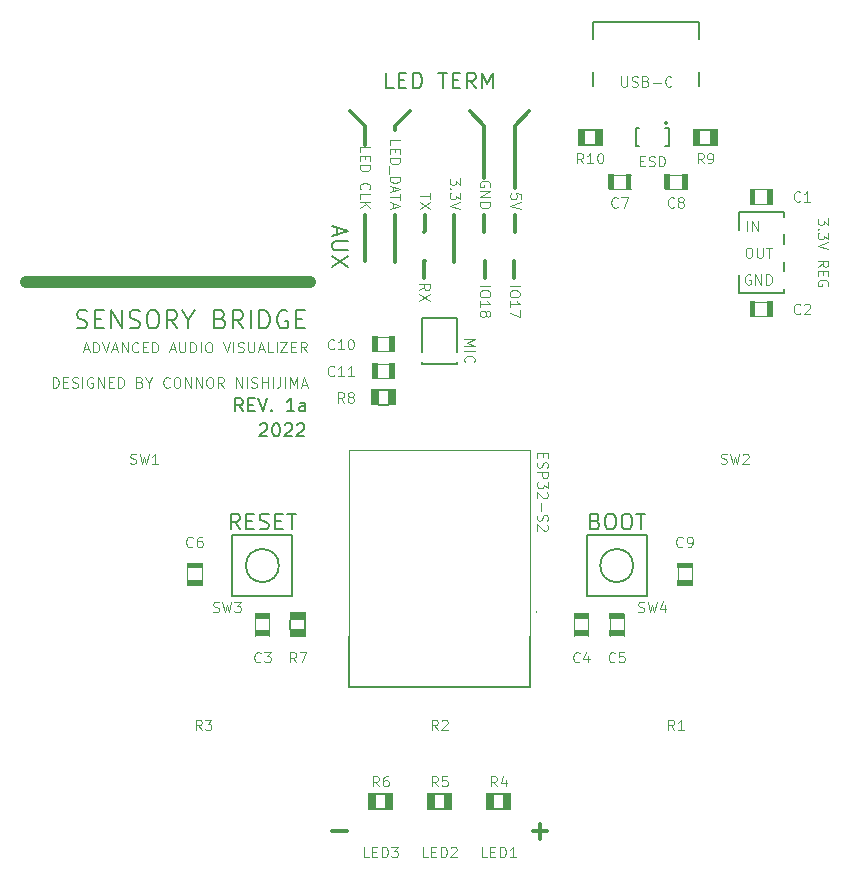
<source format=gbr>
%TF.GenerationSoftware,KiCad,Pcbnew,(6.0.7)*%
%TF.CreationDate,2022-09-30T16:31:06-06:00*%
%TF.ProjectId,SENSORY_BRIDGE,53454e53-4f52-4595-9f42-52494447452e,rev?*%
%TF.SameCoordinates,PX6c3e3acPY8584910*%
%TF.FileFunction,Legend,Top*%
%TF.FilePolarity,Positive*%
%FSLAX46Y46*%
G04 Gerber Fmt 4.6, Leading zero omitted, Abs format (unit mm)*
G04 Created by KiCad (PCBNEW (6.0.7)) date 2022-09-30 16:31:06*
%MOMM*%
%LPD*%
G01*
G04 APERTURE LIST*
%ADD10C,0.300000*%
%ADD11C,1.000000*%
%ADD12C,0.150000*%
%ADD13C,0.120000*%
%ADD14C,0.180000*%
%ADD15C,0.210000*%
%ADD16C,0.101600*%
%ADD17C,0.100000*%
%ADD18C,0.200000*%
%ADD19C,0.152400*%
%ADD20C,0.127000*%
G04 APERTURE END LIST*
D10*
X38800000Y63250000D02*
X38800000Y58850000D01*
X28650000Y55700000D02*
X28650000Y51750000D01*
X38800000Y54200000D02*
X38800000Y55700000D01*
X37550000Y64500000D02*
X38800000Y63250000D01*
X43500000Y3500000D02*
X43500000Y2875000D01*
X38825000Y50350000D02*
X38825000Y51750000D01*
X41350000Y54250000D02*
X41350000Y55700000D01*
X41350000Y63250000D02*
X41350000Y57950000D01*
X31200000Y62900000D02*
X31200000Y63200000D01*
X42875000Y3500000D02*
X43500000Y3500000D01*
X43500000Y3500000D02*
X44125000Y3500000D01*
X41325000Y50350000D02*
X41325000Y51750000D01*
X43500000Y3500000D02*
X43500000Y4125000D01*
X33700000Y54250000D02*
X33750000Y54300000D01*
X42600000Y64500000D02*
X41350000Y63250000D01*
X33700000Y50350000D02*
X33700000Y51750000D01*
X31200000Y55700000D02*
X31200000Y51700000D01*
X36250000Y51700000D02*
X36250000Y55700000D01*
X28700000Y63200000D02*
X27400000Y64500000D01*
X28700000Y61600000D02*
X28700000Y63200000D01*
X27125000Y3500000D02*
X25875000Y3500000D01*
X31200000Y63200000D02*
X32500000Y64500000D01*
X33750000Y54300000D02*
X33750000Y55700000D01*
D11*
X0Y50000000D02*
X24000000Y50000000D01*
D10*
X33700000Y51700000D02*
X33750000Y51750000D01*
D12*
X19796547Y37922620D02*
X19848928Y37975000D01*
X19953690Y38027381D01*
X20215595Y38027381D01*
X20320357Y37975000D01*
X20372738Y37922620D01*
X20425119Y37817858D01*
X20425119Y37713096D01*
X20372738Y37555953D01*
X19744166Y36927381D01*
X20425119Y36927381D01*
X21106071Y38027381D02*
X21210833Y38027381D01*
X21315595Y37975000D01*
X21367976Y37922620D01*
X21420357Y37817858D01*
X21472738Y37608334D01*
X21472738Y37346429D01*
X21420357Y37136905D01*
X21367976Y37032143D01*
X21315595Y36979762D01*
X21210833Y36927381D01*
X21106071Y36927381D01*
X21001309Y36979762D01*
X20948928Y37032143D01*
X20896547Y37136905D01*
X20844166Y37346429D01*
X20844166Y37608334D01*
X20896547Y37817858D01*
X20948928Y37922620D01*
X21001309Y37975000D01*
X21106071Y38027381D01*
X21891785Y37922620D02*
X21944166Y37975000D01*
X22048928Y38027381D01*
X22310833Y38027381D01*
X22415595Y37975000D01*
X22467976Y37922620D01*
X22520357Y37817858D01*
X22520357Y37713096D01*
X22467976Y37555953D01*
X21839404Y36927381D01*
X22520357Y36927381D01*
X22939404Y37922620D02*
X22991785Y37975000D01*
X23096547Y38027381D01*
X23358452Y38027381D01*
X23463214Y37975000D01*
X23515595Y37922620D01*
X23567976Y37817858D01*
X23567976Y37713096D01*
X23515595Y37555953D01*
X22887023Y36927381D01*
X23567976Y36927381D01*
D13*
X57353333Y60041905D02*
X57060000Y60460953D01*
X56850476Y60041905D02*
X56850476Y60921905D01*
X57185714Y60921905D01*
X57269523Y60880000D01*
X57311428Y60838096D01*
X57353333Y60754286D01*
X57353333Y60628572D01*
X57311428Y60544762D01*
X57269523Y60502858D01*
X57185714Y60460953D01*
X56850476Y60460953D01*
X57772380Y60041905D02*
X57940000Y60041905D01*
X58023809Y60083810D01*
X58065714Y60125715D01*
X58149523Y60251429D01*
X58191428Y60419048D01*
X58191428Y60754286D01*
X58149523Y60838096D01*
X58107619Y60880000D01*
X58023809Y60921905D01*
X57856190Y60921905D01*
X57772380Y60880000D01*
X57730476Y60838096D01*
X57688571Y60754286D01*
X57688571Y60544762D01*
X57730476Y60460953D01*
X57772380Y60419048D01*
X57856190Y60377143D01*
X58023809Y60377143D01*
X58107619Y60419048D01*
X58149523Y60460953D01*
X58191428Y60544762D01*
X54853333Y56375715D02*
X54811428Y56333810D01*
X54685714Y56291905D01*
X54601904Y56291905D01*
X54476190Y56333810D01*
X54392380Y56417620D01*
X54350476Y56501429D01*
X54308571Y56669048D01*
X54308571Y56794762D01*
X54350476Y56962381D01*
X54392380Y57046191D01*
X54476190Y57130000D01*
X54601904Y57171905D01*
X54685714Y57171905D01*
X54811428Y57130000D01*
X54853333Y57088096D01*
X55356190Y56794762D02*
X55272380Y56836667D01*
X55230476Y56878572D01*
X55188571Y56962381D01*
X55188571Y57004286D01*
X55230476Y57088096D01*
X55272380Y57130000D01*
X55356190Y57171905D01*
X55523809Y57171905D01*
X55607619Y57130000D01*
X55649523Y57088096D01*
X55691428Y57004286D01*
X55691428Y56962381D01*
X55649523Y56878572D01*
X55607619Y56836667D01*
X55523809Y56794762D01*
X55356190Y56794762D01*
X55272380Y56752858D01*
X55230476Y56710953D01*
X55188571Y56627143D01*
X55188571Y56459524D01*
X55230476Y56375715D01*
X55272380Y56333810D01*
X55356190Y56291905D01*
X55523809Y56291905D01*
X55607619Y56333810D01*
X55649523Y56375715D01*
X55691428Y56459524D01*
X55691428Y56627143D01*
X55649523Y56710953D01*
X55607619Y56752858D01*
X55523809Y56794762D01*
X61039047Y54291905D02*
X61039047Y55171905D01*
X61458095Y54291905D02*
X61458095Y55171905D01*
X61960952Y54291905D01*
X61960952Y55171905D01*
D14*
X26280000Y54634286D02*
X26280000Y54005715D01*
X25902857Y54760000D02*
X27222857Y54320000D01*
X25902857Y53880000D01*
X27222857Y53440000D02*
X26154285Y53440000D01*
X26028571Y53377143D01*
X25965714Y53314286D01*
X25902857Y53188572D01*
X25902857Y52937143D01*
X25965714Y52811429D01*
X26028571Y52748572D01*
X26154285Y52685715D01*
X27222857Y52685715D01*
X27222857Y52182858D02*
X25902857Y51302858D01*
X27222857Y51302858D02*
X25902857Y52182858D01*
D13*
X15826666Y22083810D02*
X15952380Y22041905D01*
X16161904Y22041905D01*
X16245714Y22083810D01*
X16287619Y22125715D01*
X16329523Y22209524D01*
X16329523Y22293334D01*
X16287619Y22377143D01*
X16245714Y22419048D01*
X16161904Y22460953D01*
X15994285Y22502858D01*
X15910476Y22544762D01*
X15868571Y22586667D01*
X15826666Y22670477D01*
X15826666Y22754286D01*
X15868571Y22838096D01*
X15910476Y22880000D01*
X15994285Y22921905D01*
X16203809Y22921905D01*
X16329523Y22880000D01*
X16622857Y22921905D02*
X16832380Y22041905D01*
X17000000Y22670477D01*
X17167619Y22041905D01*
X17377142Y22921905D01*
X17628571Y22921905D02*
X18173333Y22921905D01*
X17880000Y22586667D01*
X18005714Y22586667D01*
X18089523Y22544762D01*
X18131428Y22502858D01*
X18173333Y22419048D01*
X18173333Y22209524D01*
X18131428Y22125715D01*
X18089523Y22083810D01*
X18005714Y22041905D01*
X17754285Y22041905D01*
X17670476Y22083810D01*
X17628571Y22125715D01*
X22853333Y17791905D02*
X22560000Y18210953D01*
X22350476Y17791905D02*
X22350476Y18671905D01*
X22685714Y18671905D01*
X22769523Y18630000D01*
X22811428Y18588096D01*
X22853333Y18504286D01*
X22853333Y18378572D01*
X22811428Y18294762D01*
X22769523Y18252858D01*
X22685714Y18210953D01*
X22350476Y18210953D01*
X23146666Y18671905D02*
X23733333Y18671905D01*
X23356190Y17791905D01*
X65540380Y47375715D02*
X65498476Y47333810D01*
X65372761Y47291905D01*
X65288952Y47291905D01*
X65163238Y47333810D01*
X65079428Y47417620D01*
X65037523Y47501429D01*
X64995619Y47669048D01*
X64995619Y47794762D01*
X65037523Y47962381D01*
X65079428Y48046191D01*
X65163238Y48130000D01*
X65288952Y48171905D01*
X65372761Y48171905D01*
X65498476Y48130000D01*
X65540380Y48088096D01*
X65875619Y48088096D02*
X65917523Y48130000D01*
X66001333Y48171905D01*
X66210857Y48171905D01*
X66294666Y48130000D01*
X66336571Y48088096D01*
X66378476Y48004286D01*
X66378476Y47920477D01*
X66336571Y47794762D01*
X65833714Y47291905D01*
X66378476Y47291905D01*
X28251904Y60980858D02*
X28251904Y61399905D01*
X29131904Y61399905D01*
X28712857Y60687524D02*
X28712857Y60394191D01*
X28251904Y60268477D02*
X28251904Y60687524D01*
X29131904Y60687524D01*
X29131904Y60268477D01*
X28251904Y59891334D02*
X29131904Y59891334D01*
X29131904Y59681810D01*
X29090000Y59556096D01*
X29006190Y59472286D01*
X28922380Y59430381D01*
X28754761Y59388477D01*
X28629047Y59388477D01*
X28461428Y59430381D01*
X28377619Y59472286D01*
X28293809Y59556096D01*
X28251904Y59681810D01*
X28251904Y59891334D01*
X28335714Y57838000D02*
X28293809Y57879905D01*
X28251904Y58005620D01*
X28251904Y58089429D01*
X28293809Y58215143D01*
X28377619Y58298953D01*
X28461428Y58340858D01*
X28629047Y58382762D01*
X28754761Y58382762D01*
X28922380Y58340858D01*
X29006190Y58298953D01*
X29090000Y58215143D01*
X29131904Y58089429D01*
X29131904Y58005620D01*
X29090000Y57879905D01*
X29048095Y57838000D01*
X28251904Y57041810D02*
X28251904Y57460858D01*
X29131904Y57460858D01*
X28251904Y56748477D02*
X29131904Y56748477D01*
X28251904Y56245620D02*
X28754761Y56622762D01*
X29131904Y56245620D02*
X28629047Y56748477D01*
X58826666Y34643810D02*
X58952380Y34601905D01*
X59161904Y34601905D01*
X59245714Y34643810D01*
X59287619Y34685715D01*
X59329523Y34769524D01*
X59329523Y34853334D01*
X59287619Y34937143D01*
X59245714Y34979048D01*
X59161904Y35020953D01*
X58994285Y35062858D01*
X58910476Y35104762D01*
X58868571Y35146667D01*
X58826666Y35230477D01*
X58826666Y35314286D01*
X58868571Y35398096D01*
X58910476Y35440000D01*
X58994285Y35481905D01*
X59203809Y35481905D01*
X59329523Y35440000D01*
X59622857Y35481905D02*
X59832380Y34601905D01*
X60000000Y35230477D01*
X60167619Y34601905D01*
X60377142Y35481905D01*
X60670476Y35398096D02*
X60712380Y35440000D01*
X60796190Y35481905D01*
X61005714Y35481905D01*
X61089523Y35440000D01*
X61131428Y35398096D01*
X61173333Y35314286D01*
X61173333Y35230477D01*
X61131428Y35104762D01*
X60628571Y34601905D01*
X61173333Y34601905D01*
X4897238Y44293334D02*
X5316285Y44293334D01*
X4813428Y44041905D02*
X5106761Y44921905D01*
X5400095Y44041905D01*
X5693428Y44041905D02*
X5693428Y44921905D01*
X5902952Y44921905D01*
X6028666Y44880000D01*
X6112476Y44796191D01*
X6154380Y44712381D01*
X6196285Y44544762D01*
X6196285Y44419048D01*
X6154380Y44251429D01*
X6112476Y44167620D01*
X6028666Y44083810D01*
X5902952Y44041905D01*
X5693428Y44041905D01*
X6447714Y44921905D02*
X6741047Y44041905D01*
X7034380Y44921905D01*
X7285809Y44293334D02*
X7704857Y44293334D01*
X7202000Y44041905D02*
X7495333Y44921905D01*
X7788666Y44041905D01*
X8082000Y44041905D02*
X8082000Y44921905D01*
X8584857Y44041905D01*
X8584857Y44921905D01*
X9506761Y44125715D02*
X9464857Y44083810D01*
X9339142Y44041905D01*
X9255333Y44041905D01*
X9129619Y44083810D01*
X9045809Y44167620D01*
X9003904Y44251429D01*
X8962000Y44419048D01*
X8962000Y44544762D01*
X9003904Y44712381D01*
X9045809Y44796191D01*
X9129619Y44880000D01*
X9255333Y44921905D01*
X9339142Y44921905D01*
X9464857Y44880000D01*
X9506761Y44838096D01*
X9883904Y44502858D02*
X10177238Y44502858D01*
X10302952Y44041905D02*
X9883904Y44041905D01*
X9883904Y44921905D01*
X10302952Y44921905D01*
X10680095Y44041905D02*
X10680095Y44921905D01*
X10889619Y44921905D01*
X11015333Y44880000D01*
X11099142Y44796191D01*
X11141047Y44712381D01*
X11182952Y44544762D01*
X11182952Y44419048D01*
X11141047Y44251429D01*
X11099142Y44167620D01*
X11015333Y44083810D01*
X10889619Y44041905D01*
X10680095Y44041905D01*
X12188666Y44293334D02*
X12607714Y44293334D01*
X12104857Y44041905D02*
X12398190Y44921905D01*
X12691523Y44041905D01*
X12984857Y44921905D02*
X12984857Y44209524D01*
X13026761Y44125715D01*
X13068666Y44083810D01*
X13152476Y44041905D01*
X13320095Y44041905D01*
X13403904Y44083810D01*
X13445809Y44125715D01*
X13487714Y44209524D01*
X13487714Y44921905D01*
X13906761Y44041905D02*
X13906761Y44921905D01*
X14116285Y44921905D01*
X14242000Y44880000D01*
X14325809Y44796191D01*
X14367714Y44712381D01*
X14409619Y44544762D01*
X14409619Y44419048D01*
X14367714Y44251429D01*
X14325809Y44167620D01*
X14242000Y44083810D01*
X14116285Y44041905D01*
X13906761Y44041905D01*
X14786761Y44041905D02*
X14786761Y44921905D01*
X15373428Y44921905D02*
X15541047Y44921905D01*
X15624857Y44880000D01*
X15708666Y44796191D01*
X15750571Y44628572D01*
X15750571Y44335239D01*
X15708666Y44167620D01*
X15624857Y44083810D01*
X15541047Y44041905D01*
X15373428Y44041905D01*
X15289619Y44083810D01*
X15205809Y44167620D01*
X15163904Y44335239D01*
X15163904Y44628572D01*
X15205809Y44796191D01*
X15289619Y44880000D01*
X15373428Y44921905D01*
X16672476Y44921905D02*
X16965809Y44041905D01*
X17259142Y44921905D01*
X17552476Y44041905D02*
X17552476Y44921905D01*
X17929619Y44083810D02*
X18055333Y44041905D01*
X18264857Y44041905D01*
X18348666Y44083810D01*
X18390571Y44125715D01*
X18432476Y44209524D01*
X18432476Y44293334D01*
X18390571Y44377143D01*
X18348666Y44419048D01*
X18264857Y44460953D01*
X18097238Y44502858D01*
X18013428Y44544762D01*
X17971523Y44586667D01*
X17929619Y44670477D01*
X17929619Y44754286D01*
X17971523Y44838096D01*
X18013428Y44880000D01*
X18097238Y44921905D01*
X18306761Y44921905D01*
X18432476Y44880000D01*
X18809619Y44921905D02*
X18809619Y44209524D01*
X18851523Y44125715D01*
X18893428Y44083810D01*
X18977238Y44041905D01*
X19144857Y44041905D01*
X19228666Y44083810D01*
X19270571Y44125715D01*
X19312476Y44209524D01*
X19312476Y44921905D01*
X19689619Y44293334D02*
X20108666Y44293334D01*
X19605809Y44041905D02*
X19899142Y44921905D01*
X20192476Y44041905D01*
X20904857Y44041905D02*
X20485809Y44041905D01*
X20485809Y44921905D01*
X21198190Y44041905D02*
X21198190Y44921905D01*
X21533428Y44921905D02*
X22120095Y44921905D01*
X21533428Y44041905D01*
X22120095Y44041905D01*
X22455333Y44502858D02*
X22748666Y44502858D01*
X22874380Y44041905D02*
X22455333Y44041905D01*
X22455333Y44921905D01*
X22874380Y44921905D01*
X23754380Y44041905D02*
X23461047Y44460953D01*
X23251523Y44041905D02*
X23251523Y44921905D01*
X23586761Y44921905D01*
X23670571Y44880000D01*
X23712476Y44838096D01*
X23754380Y44754286D01*
X23754380Y44628572D01*
X23712476Y44544762D01*
X23670571Y44502858D01*
X23586761Y44460953D01*
X23251523Y44460953D01*
X2257238Y41041905D02*
X2257238Y41921905D01*
X2466761Y41921905D01*
X2592476Y41880000D01*
X2676285Y41796191D01*
X2718190Y41712381D01*
X2760095Y41544762D01*
X2760095Y41419048D01*
X2718190Y41251429D01*
X2676285Y41167620D01*
X2592476Y41083810D01*
X2466761Y41041905D01*
X2257238Y41041905D01*
X3137238Y41502858D02*
X3430571Y41502858D01*
X3556285Y41041905D02*
X3137238Y41041905D01*
X3137238Y41921905D01*
X3556285Y41921905D01*
X3891523Y41083810D02*
X4017238Y41041905D01*
X4226761Y41041905D01*
X4310571Y41083810D01*
X4352476Y41125715D01*
X4394380Y41209524D01*
X4394380Y41293334D01*
X4352476Y41377143D01*
X4310571Y41419048D01*
X4226761Y41460953D01*
X4059142Y41502858D01*
X3975333Y41544762D01*
X3933428Y41586667D01*
X3891523Y41670477D01*
X3891523Y41754286D01*
X3933428Y41838096D01*
X3975333Y41880000D01*
X4059142Y41921905D01*
X4268666Y41921905D01*
X4394380Y41880000D01*
X4771523Y41041905D02*
X4771523Y41921905D01*
X5651523Y41880000D02*
X5567714Y41921905D01*
X5442000Y41921905D01*
X5316285Y41880000D01*
X5232476Y41796191D01*
X5190571Y41712381D01*
X5148666Y41544762D01*
X5148666Y41419048D01*
X5190571Y41251429D01*
X5232476Y41167620D01*
X5316285Y41083810D01*
X5442000Y41041905D01*
X5525809Y41041905D01*
X5651523Y41083810D01*
X5693428Y41125715D01*
X5693428Y41419048D01*
X5525809Y41419048D01*
X6070571Y41041905D02*
X6070571Y41921905D01*
X6573428Y41041905D01*
X6573428Y41921905D01*
X6992476Y41502858D02*
X7285809Y41502858D01*
X7411523Y41041905D02*
X6992476Y41041905D01*
X6992476Y41921905D01*
X7411523Y41921905D01*
X7788666Y41041905D02*
X7788666Y41921905D01*
X7998190Y41921905D01*
X8123904Y41880000D01*
X8207714Y41796191D01*
X8249619Y41712381D01*
X8291523Y41544762D01*
X8291523Y41419048D01*
X8249619Y41251429D01*
X8207714Y41167620D01*
X8123904Y41083810D01*
X7998190Y41041905D01*
X7788666Y41041905D01*
X9632476Y41502858D02*
X9758190Y41460953D01*
X9800095Y41419048D01*
X9842000Y41335239D01*
X9842000Y41209524D01*
X9800095Y41125715D01*
X9758190Y41083810D01*
X9674380Y41041905D01*
X9339142Y41041905D01*
X9339142Y41921905D01*
X9632476Y41921905D01*
X9716285Y41880000D01*
X9758190Y41838096D01*
X9800095Y41754286D01*
X9800095Y41670477D01*
X9758190Y41586667D01*
X9716285Y41544762D01*
X9632476Y41502858D01*
X9339142Y41502858D01*
X10386761Y41460953D02*
X10386761Y41041905D01*
X10093428Y41921905D02*
X10386761Y41460953D01*
X10680095Y41921905D01*
X12146761Y41125715D02*
X12104857Y41083810D01*
X11979142Y41041905D01*
X11895333Y41041905D01*
X11769619Y41083810D01*
X11685809Y41167620D01*
X11643904Y41251429D01*
X11602000Y41419048D01*
X11602000Y41544762D01*
X11643904Y41712381D01*
X11685809Y41796191D01*
X11769619Y41880000D01*
X11895333Y41921905D01*
X11979142Y41921905D01*
X12104857Y41880000D01*
X12146761Y41838096D01*
X12691523Y41921905D02*
X12859142Y41921905D01*
X12942952Y41880000D01*
X13026761Y41796191D01*
X13068666Y41628572D01*
X13068666Y41335239D01*
X13026761Y41167620D01*
X12942952Y41083810D01*
X12859142Y41041905D01*
X12691523Y41041905D01*
X12607714Y41083810D01*
X12523904Y41167620D01*
X12482000Y41335239D01*
X12482000Y41628572D01*
X12523904Y41796191D01*
X12607714Y41880000D01*
X12691523Y41921905D01*
X13445809Y41041905D02*
X13445809Y41921905D01*
X13948666Y41041905D01*
X13948666Y41921905D01*
X14367714Y41041905D02*
X14367714Y41921905D01*
X14870571Y41041905D01*
X14870571Y41921905D01*
X15457238Y41921905D02*
X15624857Y41921905D01*
X15708666Y41880000D01*
X15792476Y41796191D01*
X15834380Y41628572D01*
X15834380Y41335239D01*
X15792476Y41167620D01*
X15708666Y41083810D01*
X15624857Y41041905D01*
X15457238Y41041905D01*
X15373428Y41083810D01*
X15289619Y41167620D01*
X15247714Y41335239D01*
X15247714Y41628572D01*
X15289619Y41796191D01*
X15373428Y41880000D01*
X15457238Y41921905D01*
X16714380Y41041905D02*
X16421047Y41460953D01*
X16211523Y41041905D02*
X16211523Y41921905D01*
X16546761Y41921905D01*
X16630571Y41880000D01*
X16672476Y41838096D01*
X16714380Y41754286D01*
X16714380Y41628572D01*
X16672476Y41544762D01*
X16630571Y41502858D01*
X16546761Y41460953D01*
X16211523Y41460953D01*
X17762000Y41041905D02*
X17762000Y41921905D01*
X18264857Y41041905D01*
X18264857Y41921905D01*
X18683904Y41041905D02*
X18683904Y41921905D01*
X19061047Y41083810D02*
X19186761Y41041905D01*
X19396285Y41041905D01*
X19480095Y41083810D01*
X19522000Y41125715D01*
X19563904Y41209524D01*
X19563904Y41293334D01*
X19522000Y41377143D01*
X19480095Y41419048D01*
X19396285Y41460953D01*
X19228666Y41502858D01*
X19144857Y41544762D01*
X19102952Y41586667D01*
X19061047Y41670477D01*
X19061047Y41754286D01*
X19102952Y41838096D01*
X19144857Y41880000D01*
X19228666Y41921905D01*
X19438190Y41921905D01*
X19563904Y41880000D01*
X19941047Y41041905D02*
X19941047Y41921905D01*
X19941047Y41502858D02*
X20443904Y41502858D01*
X20443904Y41041905D02*
X20443904Y41921905D01*
X20862952Y41041905D02*
X20862952Y41921905D01*
X21533428Y41921905D02*
X21533428Y41293334D01*
X21491523Y41167620D01*
X21407714Y41083810D01*
X21282000Y41041905D01*
X21198190Y41041905D01*
X21952476Y41041905D02*
X21952476Y41921905D01*
X22371523Y41041905D02*
X22371523Y41921905D01*
X22664857Y41293334D01*
X22958190Y41921905D01*
X22958190Y41041905D01*
X23335333Y41293334D02*
X23754380Y41293334D01*
X23251523Y41041905D02*
X23544857Y41921905D01*
X23838190Y41041905D01*
X50404761Y67421905D02*
X50404761Y66709524D01*
X50446666Y66625715D01*
X50488571Y66583810D01*
X50572380Y66541905D01*
X50740000Y66541905D01*
X50823809Y66583810D01*
X50865714Y66625715D01*
X50907619Y66709524D01*
X50907619Y67421905D01*
X51284761Y66583810D02*
X51410476Y66541905D01*
X51620000Y66541905D01*
X51703809Y66583810D01*
X51745714Y66625715D01*
X51787619Y66709524D01*
X51787619Y66793334D01*
X51745714Y66877143D01*
X51703809Y66919048D01*
X51620000Y66960953D01*
X51452380Y67002858D01*
X51368571Y67044762D01*
X51326666Y67086667D01*
X51284761Y67170477D01*
X51284761Y67254286D01*
X51326666Y67338096D01*
X51368571Y67380000D01*
X51452380Y67421905D01*
X51661904Y67421905D01*
X51787619Y67380000D01*
X52458095Y67002858D02*
X52583809Y66960953D01*
X52625714Y66919048D01*
X52667619Y66835239D01*
X52667619Y66709524D01*
X52625714Y66625715D01*
X52583809Y66583810D01*
X52500000Y66541905D01*
X52164761Y66541905D01*
X52164761Y67421905D01*
X52458095Y67421905D01*
X52541904Y67380000D01*
X52583809Y67338096D01*
X52625714Y67254286D01*
X52625714Y67170477D01*
X52583809Y67086667D01*
X52541904Y67044762D01*
X52458095Y67002858D01*
X52164761Y67002858D01*
X53044761Y66877143D02*
X53715238Y66877143D01*
X54637142Y66625715D02*
X54595238Y66583810D01*
X54469523Y66541905D01*
X54385714Y66541905D01*
X54260000Y66583810D01*
X54176190Y66667620D01*
X54134285Y66751429D01*
X54092380Y66919048D01*
X54092380Y67044762D01*
X54134285Y67212381D01*
X54176190Y67296191D01*
X54260000Y67380000D01*
X54385714Y67421905D01*
X54469523Y67421905D01*
X54595238Y67380000D01*
X54637142Y67338096D01*
X49853333Y17875715D02*
X49811428Y17833810D01*
X49685714Y17791905D01*
X49601904Y17791905D01*
X49476190Y17833810D01*
X49392380Y17917620D01*
X49350476Y18001429D01*
X49308571Y18169048D01*
X49308571Y18294762D01*
X49350476Y18462381D01*
X49392380Y18546191D01*
X49476190Y18630000D01*
X49601904Y18671905D01*
X49685714Y18671905D01*
X49811428Y18630000D01*
X49853333Y18588096D01*
X50649523Y18671905D02*
X50230476Y18671905D01*
X50188571Y18252858D01*
X50230476Y18294762D01*
X50314285Y18336667D01*
X50523809Y18336667D01*
X50607619Y18294762D01*
X50649523Y18252858D01*
X50691428Y18169048D01*
X50691428Y17959524D01*
X50649523Y17875715D01*
X50607619Y17833810D01*
X50523809Y17791905D01*
X50314285Y17791905D01*
X50230476Y17833810D01*
X50188571Y17875715D01*
X61329523Y50630000D02*
X61245714Y50671905D01*
X61120000Y50671905D01*
X60994285Y50630000D01*
X60910476Y50546191D01*
X60868571Y50462381D01*
X60826666Y50294762D01*
X60826666Y50169048D01*
X60868571Y50001429D01*
X60910476Y49917620D01*
X60994285Y49833810D01*
X61120000Y49791905D01*
X61203809Y49791905D01*
X61329523Y49833810D01*
X61371428Y49875715D01*
X61371428Y50169048D01*
X61203809Y50169048D01*
X61748571Y49791905D02*
X61748571Y50671905D01*
X62251428Y49791905D01*
X62251428Y50671905D01*
X62670476Y49791905D02*
X62670476Y50671905D01*
X62880000Y50671905D01*
X63005714Y50630000D01*
X63089523Y50546191D01*
X63131428Y50462381D01*
X63173333Y50294762D01*
X63173333Y50169048D01*
X63131428Y50001429D01*
X63089523Y49917620D01*
X63005714Y49833810D01*
X62880000Y49791905D01*
X62670476Y49791905D01*
X37091904Y45142858D02*
X37971904Y45142858D01*
X37343333Y44849524D01*
X37971904Y44556191D01*
X37091904Y44556191D01*
X37091904Y44137143D02*
X37971904Y44137143D01*
X37175714Y43215239D02*
X37133809Y43257143D01*
X37091904Y43382858D01*
X37091904Y43466667D01*
X37133809Y43592381D01*
X37217619Y43676191D01*
X37301428Y43718096D01*
X37469047Y43760000D01*
X37594761Y43760000D01*
X37762380Y43718096D01*
X37846190Y43676191D01*
X37930000Y43592381D01*
X37971904Y43466667D01*
X37971904Y43382858D01*
X37930000Y43257143D01*
X37888095Y43215239D01*
X40926904Y49699048D02*
X41806904Y49699048D01*
X41806904Y49112381D02*
X41806904Y48944762D01*
X41765000Y48860953D01*
X41681190Y48777143D01*
X41513571Y48735239D01*
X41220238Y48735239D01*
X41052619Y48777143D01*
X40968809Y48860953D01*
X40926904Y48944762D01*
X40926904Y49112381D01*
X40968809Y49196191D01*
X41052619Y49280000D01*
X41220238Y49321905D01*
X41513571Y49321905D01*
X41681190Y49280000D01*
X41765000Y49196191D01*
X41806904Y49112381D01*
X40926904Y47897143D02*
X40926904Y48400000D01*
X40926904Y48148572D02*
X41806904Y48148572D01*
X41681190Y48232381D01*
X41597380Y48316191D01*
X41555476Y48400000D01*
X41806904Y47603810D02*
X41806904Y47017143D01*
X40926904Y47394286D01*
X26916285Y39791905D02*
X26622952Y40210953D01*
X26413428Y39791905D02*
X26413428Y40671905D01*
X26748666Y40671905D01*
X26832476Y40630000D01*
X26874380Y40588096D01*
X26916285Y40504286D01*
X26916285Y40378572D01*
X26874380Y40294762D01*
X26832476Y40252858D01*
X26748666Y40210953D01*
X26413428Y40210953D01*
X27419142Y40294762D02*
X27335333Y40336667D01*
X27293428Y40378572D01*
X27251523Y40462381D01*
X27251523Y40504286D01*
X27293428Y40588096D01*
X27335333Y40630000D01*
X27419142Y40671905D01*
X27586761Y40671905D01*
X27670571Y40630000D01*
X27712476Y40588096D01*
X27754380Y40504286D01*
X27754380Y40462381D01*
X27712476Y40378572D01*
X27670571Y40336667D01*
X27586761Y40294762D01*
X27419142Y40294762D01*
X27335333Y40252858D01*
X27293428Y40210953D01*
X27251523Y40127143D01*
X27251523Y39959524D01*
X27293428Y39875715D01*
X27335333Y39833810D01*
X27419142Y39791905D01*
X27586761Y39791905D01*
X27670571Y39833810D01*
X27712476Y39875715D01*
X27754380Y39959524D01*
X27754380Y40127143D01*
X27712476Y40210953D01*
X27670571Y40252858D01*
X27586761Y40294762D01*
X34231904Y57502762D02*
X34231904Y56999905D01*
X33351904Y57251334D02*
X34231904Y57251334D01*
X34231904Y56790381D02*
X33351904Y56203715D01*
X34231904Y56203715D02*
X33351904Y56790381D01*
X29853333Y7291905D02*
X29560000Y7710953D01*
X29350476Y7291905D02*
X29350476Y8171905D01*
X29685714Y8171905D01*
X29769523Y8130000D01*
X29811428Y8088096D01*
X29853333Y8004286D01*
X29853333Y7878572D01*
X29811428Y7794762D01*
X29769523Y7752858D01*
X29685714Y7710953D01*
X29350476Y7710953D01*
X30607619Y8171905D02*
X30440000Y8171905D01*
X30356190Y8130000D01*
X30314285Y8088096D01*
X30230476Y7962381D01*
X30188571Y7794762D01*
X30188571Y7459524D01*
X30230476Y7375715D01*
X30272380Y7333810D01*
X30356190Y7291905D01*
X30523809Y7291905D01*
X30607619Y7333810D01*
X30649523Y7375715D01*
X30691428Y7459524D01*
X30691428Y7669048D01*
X30649523Y7752858D01*
X30607619Y7794762D01*
X30523809Y7836667D01*
X30356190Y7836667D01*
X30272380Y7794762D01*
X30230476Y7752858D01*
X30188571Y7669048D01*
X19853333Y17875715D02*
X19811428Y17833810D01*
X19685714Y17791905D01*
X19601904Y17791905D01*
X19476190Y17833810D01*
X19392380Y17917620D01*
X19350476Y18001429D01*
X19308571Y18169048D01*
X19308571Y18294762D01*
X19350476Y18462381D01*
X19392380Y18546191D01*
X19476190Y18630000D01*
X19601904Y18671905D01*
X19685714Y18671905D01*
X19811428Y18630000D01*
X19853333Y18588096D01*
X20146666Y18671905D02*
X20691428Y18671905D01*
X20398095Y18336667D01*
X20523809Y18336667D01*
X20607619Y18294762D01*
X20649523Y18252858D01*
X20691428Y18169048D01*
X20691428Y17959524D01*
X20649523Y17875715D01*
X20607619Y17833810D01*
X20523809Y17791905D01*
X20272380Y17791905D01*
X20188571Y17833810D01*
X20146666Y17875715D01*
X43752857Y35518572D02*
X43752857Y35225239D01*
X43291904Y35099524D02*
X43291904Y35518572D01*
X44171904Y35518572D01*
X44171904Y35099524D01*
X43333809Y34764286D02*
X43291904Y34638572D01*
X43291904Y34429048D01*
X43333809Y34345239D01*
X43375714Y34303334D01*
X43459523Y34261429D01*
X43543333Y34261429D01*
X43627142Y34303334D01*
X43669047Y34345239D01*
X43710952Y34429048D01*
X43752857Y34596667D01*
X43794761Y34680477D01*
X43836666Y34722381D01*
X43920476Y34764286D01*
X44004285Y34764286D01*
X44088095Y34722381D01*
X44130000Y34680477D01*
X44171904Y34596667D01*
X44171904Y34387143D01*
X44130000Y34261429D01*
X43291904Y33884286D02*
X44171904Y33884286D01*
X44171904Y33549048D01*
X44130000Y33465239D01*
X44088095Y33423334D01*
X44004285Y33381429D01*
X43878571Y33381429D01*
X43794761Y33423334D01*
X43752857Y33465239D01*
X43710952Y33549048D01*
X43710952Y33884286D01*
X44171904Y33088096D02*
X44171904Y32543334D01*
X43836666Y32836667D01*
X43836666Y32710953D01*
X43794761Y32627143D01*
X43752857Y32585239D01*
X43669047Y32543334D01*
X43459523Y32543334D01*
X43375714Y32585239D01*
X43333809Y32627143D01*
X43291904Y32710953D01*
X43291904Y32962381D01*
X43333809Y33046191D01*
X43375714Y33088096D01*
X44088095Y32208096D02*
X44130000Y32166191D01*
X44171904Y32082381D01*
X44171904Y31872858D01*
X44130000Y31789048D01*
X44088095Y31747143D01*
X44004285Y31705239D01*
X43920476Y31705239D01*
X43794761Y31747143D01*
X43291904Y32250000D01*
X43291904Y31705239D01*
X43627142Y31328096D02*
X43627142Y30657620D01*
X43333809Y30280477D02*
X43291904Y30154762D01*
X43291904Y29945239D01*
X43333809Y29861429D01*
X43375714Y29819524D01*
X43459523Y29777620D01*
X43543333Y29777620D01*
X43627142Y29819524D01*
X43669047Y29861429D01*
X43710952Y29945239D01*
X43752857Y30112858D01*
X43794761Y30196667D01*
X43836666Y30238572D01*
X43920476Y30280477D01*
X44004285Y30280477D01*
X44088095Y30238572D01*
X44130000Y30196667D01*
X44171904Y30112858D01*
X44171904Y29903334D01*
X44130000Y29777620D01*
X44088095Y29442381D02*
X44130000Y29400477D01*
X44171904Y29316667D01*
X44171904Y29107143D01*
X44130000Y29023334D01*
X44088095Y28981429D01*
X44004285Y28939524D01*
X43920476Y28939524D01*
X43794761Y28981429D01*
X43291904Y29484286D01*
X43291904Y28939524D01*
X39853333Y7291905D02*
X39560000Y7710953D01*
X39350476Y7291905D02*
X39350476Y8171905D01*
X39685714Y8171905D01*
X39769523Y8130000D01*
X39811428Y8088096D01*
X39853333Y8004286D01*
X39853333Y7878572D01*
X39811428Y7794762D01*
X39769523Y7752858D01*
X39685714Y7710953D01*
X39350476Y7710953D01*
X40607619Y7878572D02*
X40607619Y7291905D01*
X40398095Y8213810D02*
X40188571Y7585239D01*
X40733333Y7585239D01*
X26078190Y44375715D02*
X26036285Y44333810D01*
X25910571Y44291905D01*
X25826761Y44291905D01*
X25701047Y44333810D01*
X25617238Y44417620D01*
X25575333Y44501429D01*
X25533428Y44669048D01*
X25533428Y44794762D01*
X25575333Y44962381D01*
X25617238Y45046191D01*
X25701047Y45130000D01*
X25826761Y45171905D01*
X25910571Y45171905D01*
X26036285Y45130000D01*
X26078190Y45088096D01*
X26916285Y44291905D02*
X26413428Y44291905D01*
X26664857Y44291905D02*
X26664857Y45171905D01*
X26581047Y45046191D01*
X26497238Y44962381D01*
X26413428Y44920477D01*
X27461047Y45171905D02*
X27544857Y45171905D01*
X27628666Y45130000D01*
X27670571Y45088096D01*
X27712476Y45004286D01*
X27754380Y44836667D01*
X27754380Y44627143D01*
X27712476Y44459524D01*
X27670571Y44375715D01*
X27628666Y44333810D01*
X27544857Y44291905D01*
X27461047Y44291905D01*
X27377238Y44333810D01*
X27335333Y44375715D01*
X27293428Y44459524D01*
X27251523Y44627143D01*
X27251523Y44836667D01*
X27293428Y45004286D01*
X27335333Y45088096D01*
X27377238Y45130000D01*
X27461047Y45171905D01*
X38426904Y49699048D02*
X39306904Y49699048D01*
X39306904Y49112381D02*
X39306904Y48944762D01*
X39265000Y48860953D01*
X39181190Y48777143D01*
X39013571Y48735239D01*
X38720238Y48735239D01*
X38552619Y48777143D01*
X38468809Y48860953D01*
X38426904Y48944762D01*
X38426904Y49112381D01*
X38468809Y49196191D01*
X38552619Y49280000D01*
X38720238Y49321905D01*
X39013571Y49321905D01*
X39181190Y49280000D01*
X39265000Y49196191D01*
X39306904Y49112381D01*
X38426904Y47897143D02*
X38426904Y48400000D01*
X38426904Y48148572D02*
X39306904Y48148572D01*
X39181190Y48232381D01*
X39097380Y48316191D01*
X39055476Y48400000D01*
X38929761Y47394286D02*
X38971666Y47478096D01*
X39013571Y47520000D01*
X39097380Y47561905D01*
X39139285Y47561905D01*
X39223095Y47520000D01*
X39265000Y47478096D01*
X39306904Y47394286D01*
X39306904Y47226667D01*
X39265000Y47142858D01*
X39223095Y47100953D01*
X39139285Y47059048D01*
X39097380Y47059048D01*
X39013571Y47100953D01*
X38971666Y47142858D01*
X38929761Y47226667D01*
X38929761Y47394286D01*
X38887857Y47478096D01*
X38845952Y47520000D01*
X38762142Y47561905D01*
X38594523Y47561905D01*
X38510714Y47520000D01*
X38468809Y47478096D01*
X38426904Y47394286D01*
X38426904Y47226667D01*
X38468809Y47142858D01*
X38510714Y47100953D01*
X38594523Y47059048D01*
X38762142Y47059048D01*
X38845952Y47100953D01*
X38887857Y47142858D01*
X38929761Y47226667D01*
X29015238Y1291905D02*
X28596190Y1291905D01*
X28596190Y2171905D01*
X29308571Y1752858D02*
X29601904Y1752858D01*
X29727619Y1291905D02*
X29308571Y1291905D01*
X29308571Y2171905D01*
X29727619Y2171905D01*
X30104761Y1291905D02*
X30104761Y2171905D01*
X30314285Y2171905D01*
X30440000Y2130000D01*
X30523809Y2046191D01*
X30565714Y1962381D01*
X30607619Y1794762D01*
X30607619Y1669048D01*
X30565714Y1501429D01*
X30523809Y1417620D01*
X30440000Y1333810D01*
X30314285Y1291905D01*
X30104761Y1291905D01*
X30900952Y2171905D02*
X31445714Y2171905D01*
X31152380Y1836667D01*
X31278095Y1836667D01*
X31361904Y1794762D01*
X31403809Y1752858D01*
X31445714Y1669048D01*
X31445714Y1459524D01*
X31403809Y1375715D01*
X31361904Y1333810D01*
X31278095Y1291905D01*
X31026666Y1291905D01*
X30942857Y1333810D01*
X30900952Y1375715D01*
X34015238Y1291905D02*
X33596190Y1291905D01*
X33596190Y2171905D01*
X34308571Y1752858D02*
X34601904Y1752858D01*
X34727619Y1291905D02*
X34308571Y1291905D01*
X34308571Y2171905D01*
X34727619Y2171905D01*
X35104761Y1291905D02*
X35104761Y2171905D01*
X35314285Y2171905D01*
X35440000Y2130000D01*
X35523809Y2046191D01*
X35565714Y1962381D01*
X35607619Y1794762D01*
X35607619Y1669048D01*
X35565714Y1501429D01*
X35523809Y1417620D01*
X35440000Y1333810D01*
X35314285Y1291905D01*
X35104761Y1291905D01*
X35942857Y2088096D02*
X35984761Y2130000D01*
X36068571Y2171905D01*
X36278095Y2171905D01*
X36361904Y2130000D01*
X36403809Y2088096D01*
X36445714Y2004286D01*
X36445714Y1920477D01*
X36403809Y1794762D01*
X35900952Y1291905D01*
X36445714Y1291905D01*
X30801904Y61567524D02*
X30801904Y61986572D01*
X31681904Y61986572D01*
X31262857Y61274191D02*
X31262857Y60980858D01*
X30801904Y60855143D02*
X30801904Y61274191D01*
X31681904Y61274191D01*
X31681904Y60855143D01*
X30801904Y60478000D02*
X31681904Y60478000D01*
X31681904Y60268477D01*
X31640000Y60142762D01*
X31556190Y60058953D01*
X31472380Y60017048D01*
X31304761Y59975143D01*
X31179047Y59975143D01*
X31011428Y60017048D01*
X30927619Y60058953D01*
X30843809Y60142762D01*
X30801904Y60268477D01*
X30801904Y60478000D01*
X30718095Y59807524D02*
X30718095Y59137048D01*
X30801904Y58927524D02*
X31681904Y58927524D01*
X31681904Y58718000D01*
X31640000Y58592286D01*
X31556190Y58508477D01*
X31472380Y58466572D01*
X31304761Y58424667D01*
X31179047Y58424667D01*
X31011428Y58466572D01*
X30927619Y58508477D01*
X30843809Y58592286D01*
X30801904Y58718000D01*
X30801904Y58927524D01*
X31053333Y58089429D02*
X31053333Y57670381D01*
X30801904Y58173239D02*
X31681904Y57879905D01*
X30801904Y57586572D01*
X31681904Y57418953D02*
X31681904Y56916096D01*
X30801904Y57167524D02*
X31681904Y57167524D01*
X31053333Y56664667D02*
X31053333Y56245620D01*
X30801904Y56748477D02*
X31681904Y56455143D01*
X30801904Y56161810D01*
D14*
X48208571Y29754286D02*
X48397142Y29691429D01*
X48460000Y29628572D01*
X48522857Y29502858D01*
X48522857Y29314286D01*
X48460000Y29188572D01*
X48397142Y29125715D01*
X48271428Y29062858D01*
X47768571Y29062858D01*
X47768571Y30382858D01*
X48208571Y30382858D01*
X48334285Y30320000D01*
X48397142Y30257143D01*
X48460000Y30131429D01*
X48460000Y30005715D01*
X48397142Y29880000D01*
X48334285Y29817143D01*
X48208571Y29754286D01*
X47768571Y29754286D01*
X49340000Y30382858D02*
X49591428Y30382858D01*
X49717142Y30320000D01*
X49842857Y30194286D01*
X49905714Y29942858D01*
X49905714Y29502858D01*
X49842857Y29251429D01*
X49717142Y29125715D01*
X49591428Y29062858D01*
X49340000Y29062858D01*
X49214285Y29125715D01*
X49088571Y29251429D01*
X49025714Y29502858D01*
X49025714Y29942858D01*
X49088571Y30194286D01*
X49214285Y30320000D01*
X49340000Y30382858D01*
X50722857Y30382858D02*
X50974285Y30382858D01*
X51100000Y30320000D01*
X51225714Y30194286D01*
X51288571Y29942858D01*
X51288571Y29502858D01*
X51225714Y29251429D01*
X51100000Y29125715D01*
X50974285Y29062858D01*
X50722857Y29062858D01*
X50597142Y29125715D01*
X50471428Y29251429D01*
X50408571Y29502858D01*
X50408571Y29942858D01*
X50471428Y30194286D01*
X50597142Y30320000D01*
X50722857Y30382858D01*
X51665714Y30382858D02*
X52420000Y30382858D01*
X52042857Y29062858D02*
X52042857Y30382858D01*
D13*
X39015238Y1291905D02*
X38596190Y1291905D01*
X38596190Y2171905D01*
X39308571Y1752858D02*
X39601904Y1752858D01*
X39727619Y1291905D02*
X39308571Y1291905D01*
X39308571Y2171905D01*
X39727619Y2171905D01*
X40104761Y1291905D02*
X40104761Y2171905D01*
X40314285Y2171905D01*
X40440000Y2130000D01*
X40523809Y2046191D01*
X40565714Y1962381D01*
X40607619Y1794762D01*
X40607619Y1669048D01*
X40565714Y1501429D01*
X40523809Y1417620D01*
X40440000Y1333810D01*
X40314285Y1291905D01*
X40104761Y1291905D01*
X41445714Y1291905D02*
X40942857Y1291905D01*
X41194285Y1291905D02*
X41194285Y2171905D01*
X41110476Y2046191D01*
X41026666Y1962381D01*
X40942857Y1920477D01*
D14*
X31134285Y66402858D02*
X30505714Y66402858D01*
X30505714Y67722858D01*
X31574285Y67094286D02*
X32014285Y67094286D01*
X32202857Y66402858D02*
X31574285Y66402858D01*
X31574285Y67722858D01*
X32202857Y67722858D01*
X32768571Y66402858D02*
X32768571Y67722858D01*
X33082857Y67722858D01*
X33271428Y67660000D01*
X33397142Y67534286D01*
X33460000Y67408572D01*
X33522857Y67157143D01*
X33522857Y66968572D01*
X33460000Y66717143D01*
X33397142Y66591429D01*
X33271428Y66465715D01*
X33082857Y66402858D01*
X32768571Y66402858D01*
X34905714Y67722858D02*
X35660000Y67722858D01*
X35282857Y66402858D02*
X35282857Y67722858D01*
X36100000Y67094286D02*
X36540000Y67094286D01*
X36728571Y66402858D02*
X36100000Y66402858D01*
X36100000Y67722858D01*
X36728571Y67722858D01*
X38048571Y66402858D02*
X37608571Y67031429D01*
X37294285Y66402858D02*
X37294285Y67722858D01*
X37797142Y67722858D01*
X37922857Y67660000D01*
X37985714Y67597143D01*
X38048571Y67471429D01*
X38048571Y67282858D01*
X37985714Y67157143D01*
X37922857Y67094286D01*
X37797142Y67031429D01*
X37294285Y67031429D01*
X38614285Y66402858D02*
X38614285Y67722858D01*
X39054285Y66780000D01*
X39494285Y67722858D01*
X39494285Y66402858D01*
D13*
X65540380Y56875715D02*
X65498476Y56833810D01*
X65372761Y56791905D01*
X65288952Y56791905D01*
X65163238Y56833810D01*
X65079428Y56917620D01*
X65037523Y57001429D01*
X64995619Y57169048D01*
X64995619Y57294762D01*
X65037523Y57462381D01*
X65079428Y57546191D01*
X65163238Y57630000D01*
X65288952Y57671905D01*
X65372761Y57671905D01*
X65498476Y57630000D01*
X65540380Y57588096D01*
X66378476Y56791905D02*
X65875619Y56791905D01*
X66127047Y56791905D02*
X66127047Y57671905D01*
X66043238Y57546191D01*
X65959428Y57462381D01*
X65875619Y57420477D01*
X47184285Y60041905D02*
X46890952Y60460953D01*
X46681428Y60041905D02*
X46681428Y60921905D01*
X47016666Y60921905D01*
X47100476Y60880000D01*
X47142380Y60838096D01*
X47184285Y60754286D01*
X47184285Y60628572D01*
X47142380Y60544762D01*
X47100476Y60502858D01*
X47016666Y60460953D01*
X46681428Y60460953D01*
X48022380Y60041905D02*
X47519523Y60041905D01*
X47770952Y60041905D02*
X47770952Y60921905D01*
X47687142Y60796191D01*
X47603333Y60712381D01*
X47519523Y60670477D01*
X48567142Y60921905D02*
X48650952Y60921905D01*
X48734761Y60880000D01*
X48776666Y60838096D01*
X48818571Y60754286D01*
X48860476Y60586667D01*
X48860476Y60377143D01*
X48818571Y60209524D01*
X48776666Y60125715D01*
X48734761Y60083810D01*
X48650952Y60041905D01*
X48567142Y60041905D01*
X48483333Y60083810D01*
X48441428Y60125715D01*
X48399523Y60209524D01*
X48357619Y60377143D01*
X48357619Y60586667D01*
X48399523Y60754286D01*
X48441428Y60838096D01*
X48483333Y60880000D01*
X48567142Y60921905D01*
X34853333Y7291905D02*
X34560000Y7710953D01*
X34350476Y7291905D02*
X34350476Y8171905D01*
X34685714Y8171905D01*
X34769523Y8130000D01*
X34811428Y8088096D01*
X34853333Y8004286D01*
X34853333Y7878572D01*
X34811428Y7794762D01*
X34769523Y7752858D01*
X34685714Y7710953D01*
X34350476Y7710953D01*
X35649523Y8171905D02*
X35230476Y8171905D01*
X35188571Y7752858D01*
X35230476Y7794762D01*
X35314285Y7836667D01*
X35523809Y7836667D01*
X35607619Y7794762D01*
X35649523Y7752858D01*
X35691428Y7669048D01*
X35691428Y7459524D01*
X35649523Y7375715D01*
X35607619Y7333810D01*
X35523809Y7291905D01*
X35314285Y7291905D01*
X35230476Y7333810D01*
X35188571Y7375715D01*
X8826666Y34643810D02*
X8952380Y34601905D01*
X9161904Y34601905D01*
X9245714Y34643810D01*
X9287619Y34685715D01*
X9329523Y34769524D01*
X9329523Y34853334D01*
X9287619Y34937143D01*
X9245714Y34979048D01*
X9161904Y35020953D01*
X8994285Y35062858D01*
X8910476Y35104762D01*
X8868571Y35146667D01*
X8826666Y35230477D01*
X8826666Y35314286D01*
X8868571Y35398096D01*
X8910476Y35440000D01*
X8994285Y35481905D01*
X9203809Y35481905D01*
X9329523Y35440000D01*
X9622857Y35481905D02*
X9832380Y34601905D01*
X10000000Y35230477D01*
X10167619Y34601905D01*
X10377142Y35481905D01*
X11173333Y34601905D02*
X10670476Y34601905D01*
X10921904Y34601905D02*
X10921904Y35481905D01*
X10838095Y35356191D01*
X10754285Y35272381D01*
X10670476Y35230477D01*
X14853333Y12041905D02*
X14560000Y12460953D01*
X14350476Y12041905D02*
X14350476Y12921905D01*
X14685714Y12921905D01*
X14769523Y12880000D01*
X14811428Y12838096D01*
X14853333Y12754286D01*
X14853333Y12628572D01*
X14811428Y12544762D01*
X14769523Y12502858D01*
X14685714Y12460953D01*
X14350476Y12460953D01*
X15146666Y12921905D02*
X15691428Y12921905D01*
X15398095Y12586667D01*
X15523809Y12586667D01*
X15607619Y12544762D01*
X15649523Y12502858D01*
X15691428Y12419048D01*
X15691428Y12209524D01*
X15649523Y12125715D01*
X15607619Y12083810D01*
X15523809Y12041905D01*
X15272380Y12041905D01*
X15188571Y12083810D01*
X15146666Y12125715D01*
X14103333Y27625715D02*
X14061428Y27583810D01*
X13935714Y27541905D01*
X13851904Y27541905D01*
X13726190Y27583810D01*
X13642380Y27667620D01*
X13600476Y27751429D01*
X13558571Y27919048D01*
X13558571Y28044762D01*
X13600476Y28212381D01*
X13642380Y28296191D01*
X13726190Y28380000D01*
X13851904Y28421905D01*
X13935714Y28421905D01*
X14061428Y28380000D01*
X14103333Y28338096D01*
X14857619Y28421905D02*
X14690000Y28421905D01*
X14606190Y28380000D01*
X14564285Y28338096D01*
X14480476Y28212381D01*
X14438571Y28044762D01*
X14438571Y27709524D01*
X14480476Y27625715D01*
X14522380Y27583810D01*
X14606190Y27541905D01*
X14773809Y27541905D01*
X14857619Y27583810D01*
X14899523Y27625715D01*
X14941428Y27709524D01*
X14941428Y27919048D01*
X14899523Y28002858D01*
X14857619Y28044762D01*
X14773809Y28086667D01*
X14606190Y28086667D01*
X14522380Y28044762D01*
X14480476Y28002858D01*
X14438571Y27919048D01*
D15*
X4283500Y46146667D02*
X4503500Y46073334D01*
X4870166Y46073334D01*
X5016833Y46146667D01*
X5090166Y46220000D01*
X5163500Y46366667D01*
X5163500Y46513334D01*
X5090166Y46660000D01*
X5016833Y46733334D01*
X4870166Y46806667D01*
X4576833Y46880000D01*
X4430166Y46953334D01*
X4356833Y47026667D01*
X4283500Y47173334D01*
X4283500Y47320000D01*
X4356833Y47466667D01*
X4430166Y47540000D01*
X4576833Y47613334D01*
X4943500Y47613334D01*
X5163500Y47540000D01*
X5823500Y46880000D02*
X6336833Y46880000D01*
X6556833Y46073334D02*
X5823500Y46073334D01*
X5823500Y47613334D01*
X6556833Y47613334D01*
X7216833Y46073334D02*
X7216833Y47613334D01*
X8096833Y46073334D01*
X8096833Y47613334D01*
X8756833Y46146667D02*
X8976833Y46073334D01*
X9343500Y46073334D01*
X9490166Y46146667D01*
X9563500Y46220000D01*
X9636833Y46366667D01*
X9636833Y46513334D01*
X9563500Y46660000D01*
X9490166Y46733334D01*
X9343500Y46806667D01*
X9050166Y46880000D01*
X8903500Y46953334D01*
X8830166Y47026667D01*
X8756833Y47173334D01*
X8756833Y47320000D01*
X8830166Y47466667D01*
X8903500Y47540000D01*
X9050166Y47613334D01*
X9416833Y47613334D01*
X9636833Y47540000D01*
X10590166Y47613334D02*
X10883500Y47613334D01*
X11030166Y47540000D01*
X11176833Y47393334D01*
X11250166Y47100000D01*
X11250166Y46586667D01*
X11176833Y46293334D01*
X11030166Y46146667D01*
X10883500Y46073334D01*
X10590166Y46073334D01*
X10443500Y46146667D01*
X10296833Y46293334D01*
X10223500Y46586667D01*
X10223500Y47100000D01*
X10296833Y47393334D01*
X10443500Y47540000D01*
X10590166Y47613334D01*
X12790166Y46073334D02*
X12276833Y46806667D01*
X11910166Y46073334D02*
X11910166Y47613334D01*
X12496833Y47613334D01*
X12643500Y47540000D01*
X12716833Y47466667D01*
X12790166Y47320000D01*
X12790166Y47100000D01*
X12716833Y46953334D01*
X12643500Y46880000D01*
X12496833Y46806667D01*
X11910166Y46806667D01*
X13743500Y46806667D02*
X13743500Y46073334D01*
X13230166Y47613334D02*
X13743500Y46806667D01*
X14256833Y47613334D01*
X16456833Y46880000D02*
X16676833Y46806667D01*
X16750166Y46733334D01*
X16823500Y46586667D01*
X16823500Y46366667D01*
X16750166Y46220000D01*
X16676833Y46146667D01*
X16530166Y46073334D01*
X15943500Y46073334D01*
X15943500Y47613334D01*
X16456833Y47613334D01*
X16603500Y47540000D01*
X16676833Y47466667D01*
X16750166Y47320000D01*
X16750166Y47173334D01*
X16676833Y47026667D01*
X16603500Y46953334D01*
X16456833Y46880000D01*
X15943500Y46880000D01*
X18363500Y46073334D02*
X17850166Y46806667D01*
X17483500Y46073334D02*
X17483500Y47613334D01*
X18070166Y47613334D01*
X18216833Y47540000D01*
X18290166Y47466667D01*
X18363500Y47320000D01*
X18363500Y47100000D01*
X18290166Y46953334D01*
X18216833Y46880000D01*
X18070166Y46806667D01*
X17483500Y46806667D01*
X19023500Y46073334D02*
X19023500Y47613334D01*
X19756833Y46073334D02*
X19756833Y47613334D01*
X20123500Y47613334D01*
X20343500Y47540000D01*
X20490166Y47393334D01*
X20563500Y47246667D01*
X20636833Y46953334D01*
X20636833Y46733334D01*
X20563500Y46440000D01*
X20490166Y46293334D01*
X20343500Y46146667D01*
X20123500Y46073334D01*
X19756833Y46073334D01*
X22103500Y47540000D02*
X21956833Y47613334D01*
X21736833Y47613334D01*
X21516833Y47540000D01*
X21370166Y47393334D01*
X21296833Y47246667D01*
X21223500Y46953334D01*
X21223500Y46733334D01*
X21296833Y46440000D01*
X21370166Y46293334D01*
X21516833Y46146667D01*
X21736833Y46073334D01*
X21883500Y46073334D01*
X22103500Y46146667D01*
X22176833Y46220000D01*
X22176833Y46733334D01*
X21883500Y46733334D01*
X22836833Y46880000D02*
X23350166Y46880000D01*
X23570166Y46073334D02*
X22836833Y46073334D01*
X22836833Y47613334D01*
X23570166Y47613334D01*
D13*
X55603333Y27625715D02*
X55561428Y27583810D01*
X55435714Y27541905D01*
X55351904Y27541905D01*
X55226190Y27583810D01*
X55142380Y27667620D01*
X55100476Y27751429D01*
X55058571Y27919048D01*
X55058571Y28044762D01*
X55100476Y28212381D01*
X55142380Y28296191D01*
X55226190Y28380000D01*
X55351904Y28421905D01*
X55435714Y28421905D01*
X55561428Y28380000D01*
X55603333Y28338096D01*
X56022380Y27541905D02*
X56190000Y27541905D01*
X56273809Y27583810D01*
X56315714Y27625715D01*
X56399523Y27751429D01*
X56441428Y27919048D01*
X56441428Y28254286D01*
X56399523Y28338096D01*
X56357619Y28380000D01*
X56273809Y28421905D01*
X56106190Y28421905D01*
X56022380Y28380000D01*
X55980476Y28338096D01*
X55938571Y28254286D01*
X55938571Y28044762D01*
X55980476Y27960953D01*
X56022380Y27919048D01*
X56106190Y27877143D01*
X56273809Y27877143D01*
X56357619Y27919048D01*
X56399523Y27960953D01*
X56441428Y28044762D01*
X39240000Y58089429D02*
X39281904Y58173239D01*
X39281904Y58298953D01*
X39240000Y58424667D01*
X39156190Y58508477D01*
X39072380Y58550381D01*
X38904761Y58592286D01*
X38779047Y58592286D01*
X38611428Y58550381D01*
X38527619Y58508477D01*
X38443809Y58424667D01*
X38401904Y58298953D01*
X38401904Y58215143D01*
X38443809Y58089429D01*
X38485714Y58047524D01*
X38779047Y58047524D01*
X38779047Y58215143D01*
X38401904Y57670381D02*
X39281904Y57670381D01*
X38401904Y57167524D01*
X39281904Y57167524D01*
X38401904Y56748477D02*
X39281904Y56748477D01*
X39281904Y56538953D01*
X39240000Y56413239D01*
X39156190Y56329429D01*
X39072380Y56287524D01*
X38904761Y56245620D01*
X38779047Y56245620D01*
X38611428Y56287524D01*
X38527619Y56329429D01*
X38443809Y56413239D01*
X38401904Y56538953D01*
X38401904Y56748477D01*
X26078190Y42125715D02*
X26036285Y42083810D01*
X25910571Y42041905D01*
X25826761Y42041905D01*
X25701047Y42083810D01*
X25617238Y42167620D01*
X25575333Y42251429D01*
X25533428Y42419048D01*
X25533428Y42544762D01*
X25575333Y42712381D01*
X25617238Y42796191D01*
X25701047Y42880000D01*
X25826761Y42921905D01*
X25910571Y42921905D01*
X26036285Y42880000D01*
X26078190Y42838096D01*
X26916285Y42041905D02*
X26413428Y42041905D01*
X26664857Y42041905D02*
X26664857Y42921905D01*
X26581047Y42796191D01*
X26497238Y42712381D01*
X26413428Y42670477D01*
X27754380Y42041905D02*
X27251523Y42041905D01*
X27502952Y42041905D02*
X27502952Y42921905D01*
X27419142Y42796191D01*
X27335333Y42712381D01*
X27251523Y42670477D01*
D14*
X18082857Y29062858D02*
X17642857Y29691429D01*
X17328571Y29062858D02*
X17328571Y30382858D01*
X17831428Y30382858D01*
X17957142Y30320000D01*
X18020000Y30257143D01*
X18082857Y30131429D01*
X18082857Y29942858D01*
X18020000Y29817143D01*
X17957142Y29754286D01*
X17831428Y29691429D01*
X17328571Y29691429D01*
X18648571Y29754286D02*
X19088571Y29754286D01*
X19277142Y29062858D02*
X18648571Y29062858D01*
X18648571Y30382858D01*
X19277142Y30382858D01*
X19780000Y29125715D02*
X19968571Y29062858D01*
X20282857Y29062858D01*
X20408571Y29125715D01*
X20471428Y29188572D01*
X20534285Y29314286D01*
X20534285Y29440000D01*
X20471428Y29565715D01*
X20408571Y29628572D01*
X20282857Y29691429D01*
X20031428Y29754286D01*
X19905714Y29817143D01*
X19842857Y29880000D01*
X19780000Y30005715D01*
X19780000Y30131429D01*
X19842857Y30257143D01*
X19905714Y30320000D01*
X20031428Y30382858D01*
X20345714Y30382858D01*
X20534285Y30320000D01*
X21100000Y29754286D02*
X21540000Y29754286D01*
X21728571Y29062858D02*
X21100000Y29062858D01*
X21100000Y30382858D01*
X21728571Y30382858D01*
X22105714Y30382858D02*
X22860000Y30382858D01*
X22482857Y29062858D02*
X22482857Y30382858D01*
D13*
X36731904Y58801810D02*
X36731904Y58257048D01*
X36396666Y58550381D01*
X36396666Y58424667D01*
X36354761Y58340858D01*
X36312857Y58298953D01*
X36229047Y58257048D01*
X36019523Y58257048D01*
X35935714Y58298953D01*
X35893809Y58340858D01*
X35851904Y58424667D01*
X35851904Y58676096D01*
X35893809Y58759905D01*
X35935714Y58801810D01*
X35935714Y57879905D02*
X35893809Y57838000D01*
X35851904Y57879905D01*
X35893809Y57921810D01*
X35935714Y57879905D01*
X35851904Y57879905D01*
X36731904Y57544667D02*
X36731904Y56999905D01*
X36396666Y57293239D01*
X36396666Y57167524D01*
X36354761Y57083715D01*
X36312857Y57041810D01*
X36229047Y56999905D01*
X36019523Y56999905D01*
X35935714Y57041810D01*
X35893809Y57083715D01*
X35851904Y57167524D01*
X35851904Y57418953D01*
X35893809Y57502762D01*
X35935714Y57544667D01*
X36731904Y56748477D02*
X35851904Y56455143D01*
X36731904Y56161810D01*
X41881904Y57041810D02*
X41881904Y57460858D01*
X41462857Y57502762D01*
X41504761Y57460858D01*
X41546666Y57377048D01*
X41546666Y57167524D01*
X41504761Y57083715D01*
X41462857Y57041810D01*
X41379047Y56999905D01*
X41169523Y56999905D01*
X41085714Y57041810D01*
X41043809Y57083715D01*
X41001904Y57167524D01*
X41001904Y57377048D01*
X41043809Y57460858D01*
X41085714Y57502762D01*
X41881904Y56748477D02*
X41001904Y56455143D01*
X41881904Y56161810D01*
X67921904Y55412381D02*
X67921904Y54867620D01*
X67586666Y55160953D01*
X67586666Y55035239D01*
X67544761Y54951429D01*
X67502857Y54909524D01*
X67419047Y54867620D01*
X67209523Y54867620D01*
X67125714Y54909524D01*
X67083809Y54951429D01*
X67041904Y55035239D01*
X67041904Y55286667D01*
X67083809Y55370477D01*
X67125714Y55412381D01*
X67125714Y54490477D02*
X67083809Y54448572D01*
X67041904Y54490477D01*
X67083809Y54532381D01*
X67125714Y54490477D01*
X67041904Y54490477D01*
X67921904Y54155239D02*
X67921904Y53610477D01*
X67586666Y53903810D01*
X67586666Y53778096D01*
X67544761Y53694286D01*
X67502857Y53652381D01*
X67419047Y53610477D01*
X67209523Y53610477D01*
X67125714Y53652381D01*
X67083809Y53694286D01*
X67041904Y53778096D01*
X67041904Y54029524D01*
X67083809Y54113334D01*
X67125714Y54155239D01*
X67921904Y53359048D02*
X67041904Y53065715D01*
X67921904Y52772381D01*
X67041904Y51305715D02*
X67460952Y51599048D01*
X67041904Y51808572D02*
X67921904Y51808572D01*
X67921904Y51473334D01*
X67880000Y51389524D01*
X67838095Y51347620D01*
X67754285Y51305715D01*
X67628571Y51305715D01*
X67544761Y51347620D01*
X67502857Y51389524D01*
X67460952Y51473334D01*
X67460952Y51808572D01*
X67502857Y50928572D02*
X67502857Y50635239D01*
X67041904Y50509524D02*
X67041904Y50928572D01*
X67921904Y50928572D01*
X67921904Y50509524D01*
X67880000Y49671429D02*
X67921904Y49755239D01*
X67921904Y49880953D01*
X67880000Y50006667D01*
X67796190Y50090477D01*
X67712380Y50132381D01*
X67544761Y50174286D01*
X67419047Y50174286D01*
X67251428Y50132381D01*
X67167619Y50090477D01*
X67083809Y50006667D01*
X67041904Y49880953D01*
X67041904Y49797143D01*
X67083809Y49671429D01*
X67125714Y49629524D01*
X67419047Y49629524D01*
X67419047Y49797143D01*
X34853333Y12041905D02*
X34560000Y12460953D01*
X34350476Y12041905D02*
X34350476Y12921905D01*
X34685714Y12921905D01*
X34769523Y12880000D01*
X34811428Y12838096D01*
X34853333Y12754286D01*
X34853333Y12628572D01*
X34811428Y12544762D01*
X34769523Y12502858D01*
X34685714Y12460953D01*
X34350476Y12460953D01*
X35188571Y12838096D02*
X35230476Y12880000D01*
X35314285Y12921905D01*
X35523809Y12921905D01*
X35607619Y12880000D01*
X35649523Y12838096D01*
X35691428Y12754286D01*
X35691428Y12670477D01*
X35649523Y12544762D01*
X35146666Y12041905D01*
X35691428Y12041905D01*
X51826666Y22083810D02*
X51952380Y22041905D01*
X52161904Y22041905D01*
X52245714Y22083810D01*
X52287619Y22125715D01*
X52329523Y22209524D01*
X52329523Y22293334D01*
X52287619Y22377143D01*
X52245714Y22419048D01*
X52161904Y22460953D01*
X51994285Y22502858D01*
X51910476Y22544762D01*
X51868571Y22586667D01*
X51826666Y22670477D01*
X51826666Y22754286D01*
X51868571Y22838096D01*
X51910476Y22880000D01*
X51994285Y22921905D01*
X52203809Y22921905D01*
X52329523Y22880000D01*
X52622857Y22921905D02*
X52832380Y22041905D01*
X53000000Y22670477D01*
X53167619Y22041905D01*
X53377142Y22921905D01*
X54089523Y22628572D02*
X54089523Y22041905D01*
X53880000Y22963810D02*
X53670476Y22335239D01*
X54215238Y22335239D01*
X50103333Y56375715D02*
X50061428Y56333810D01*
X49935714Y56291905D01*
X49851904Y56291905D01*
X49726190Y56333810D01*
X49642380Y56417620D01*
X49600476Y56501429D01*
X49558571Y56669048D01*
X49558571Y56794762D01*
X49600476Y56962381D01*
X49642380Y57046191D01*
X49726190Y57130000D01*
X49851904Y57171905D01*
X49935714Y57171905D01*
X50061428Y57130000D01*
X50103333Y57088096D01*
X50396666Y57171905D02*
X50983333Y57171905D01*
X50606190Y56291905D01*
X51952380Y60252858D02*
X52245714Y60252858D01*
X52371428Y59791905D02*
X51952380Y59791905D01*
X51952380Y60671905D01*
X52371428Y60671905D01*
X52706666Y59833810D02*
X52832380Y59791905D01*
X53041904Y59791905D01*
X53125714Y59833810D01*
X53167619Y59875715D01*
X53209523Y59959524D01*
X53209523Y60043334D01*
X53167619Y60127143D01*
X53125714Y60169048D01*
X53041904Y60210953D01*
X52874285Y60252858D01*
X52790476Y60294762D01*
X52748571Y60336667D01*
X52706666Y60420477D01*
X52706666Y60504286D01*
X52748571Y60588096D01*
X52790476Y60630000D01*
X52874285Y60671905D01*
X53083809Y60671905D01*
X53209523Y60630000D01*
X53586666Y59791905D02*
X53586666Y60671905D01*
X53796190Y60671905D01*
X53921904Y60630000D01*
X54005714Y60546191D01*
X54047619Y60462381D01*
X54089523Y60294762D01*
X54089523Y60169048D01*
X54047619Y60001429D01*
X54005714Y59917620D01*
X53921904Y59833810D01*
X53796190Y59791905D01*
X53586666Y59791905D01*
D12*
X18350119Y39052381D02*
X17983452Y39576191D01*
X17721547Y39052381D02*
X17721547Y40152381D01*
X18140595Y40152381D01*
X18245357Y40100000D01*
X18297738Y40047620D01*
X18350119Y39942858D01*
X18350119Y39785715D01*
X18297738Y39680953D01*
X18245357Y39628572D01*
X18140595Y39576191D01*
X17721547Y39576191D01*
X18821547Y39628572D02*
X19188214Y39628572D01*
X19345357Y39052381D02*
X18821547Y39052381D01*
X18821547Y40152381D01*
X19345357Y40152381D01*
X19659642Y40152381D02*
X20026309Y39052381D01*
X20392976Y40152381D01*
X20759642Y39157143D02*
X20812023Y39104762D01*
X20759642Y39052381D01*
X20707261Y39104762D01*
X20759642Y39157143D01*
X20759642Y39052381D01*
X22697738Y39052381D02*
X22069166Y39052381D01*
X22383452Y39052381D02*
X22383452Y40152381D01*
X22278690Y39995239D01*
X22173928Y39890477D01*
X22069166Y39838096D01*
X23640595Y39052381D02*
X23640595Y39628572D01*
X23588214Y39733334D01*
X23483452Y39785715D01*
X23273928Y39785715D01*
X23169166Y39733334D01*
X23640595Y39104762D02*
X23535833Y39052381D01*
X23273928Y39052381D01*
X23169166Y39104762D01*
X23116785Y39209524D01*
X23116785Y39314286D01*
X23169166Y39419048D01*
X23273928Y39471429D01*
X23535833Y39471429D01*
X23640595Y39523810D01*
D13*
X54853333Y12041905D02*
X54560000Y12460953D01*
X54350476Y12041905D02*
X54350476Y12921905D01*
X54685714Y12921905D01*
X54769523Y12880000D01*
X54811428Y12838096D01*
X54853333Y12754286D01*
X54853333Y12628572D01*
X54811428Y12544762D01*
X54769523Y12502858D01*
X54685714Y12460953D01*
X54350476Y12460953D01*
X55691428Y12041905D02*
X55188571Y12041905D01*
X55440000Y12041905D02*
X55440000Y12921905D01*
X55356190Y12796191D01*
X55272380Y12712381D01*
X55188571Y12670477D01*
X33301904Y49296667D02*
X33720952Y49590000D01*
X33301904Y49799524D02*
X34181904Y49799524D01*
X34181904Y49464286D01*
X34140000Y49380477D01*
X34098095Y49338572D01*
X34014285Y49296667D01*
X33888571Y49296667D01*
X33804761Y49338572D01*
X33762857Y49380477D01*
X33720952Y49464286D01*
X33720952Y49799524D01*
X34181904Y49003334D02*
X33301904Y48416667D01*
X34181904Y48416667D02*
X33301904Y49003334D01*
X46853333Y17875715D02*
X46811428Y17833810D01*
X46685714Y17791905D01*
X46601904Y17791905D01*
X46476190Y17833810D01*
X46392380Y17917620D01*
X46350476Y18001429D01*
X46308571Y18169048D01*
X46308571Y18294762D01*
X46350476Y18462381D01*
X46392380Y18546191D01*
X46476190Y18630000D01*
X46601904Y18671905D01*
X46685714Y18671905D01*
X46811428Y18630000D01*
X46853333Y18588096D01*
X47607619Y18378572D02*
X47607619Y17791905D01*
X47398095Y18713810D02*
X47188571Y18085239D01*
X47733333Y18085239D01*
X61120000Y52921905D02*
X61287619Y52921905D01*
X61371428Y52880000D01*
X61455238Y52796191D01*
X61497142Y52628572D01*
X61497142Y52335239D01*
X61455238Y52167620D01*
X61371428Y52083810D01*
X61287619Y52041905D01*
X61120000Y52041905D01*
X61036190Y52083810D01*
X60952380Y52167620D01*
X60910476Y52335239D01*
X60910476Y52628572D01*
X60952380Y52796191D01*
X61036190Y52880000D01*
X61120000Y52921905D01*
X61874285Y52921905D02*
X61874285Y52209524D01*
X61916190Y52125715D01*
X61958095Y52083810D01*
X62041904Y52041905D01*
X62209523Y52041905D01*
X62293333Y52083810D01*
X62335238Y52125715D01*
X62377142Y52209524D01*
X62377142Y52921905D01*
X62670476Y52921905D02*
X63173333Y52921905D01*
X62921904Y52041905D02*
X62921904Y52921905D01*
D12*
%TO.C,@HOLE2*%
%TO.C,@HOLE1*%
%TO.C,@HOLE3*%
%TO.C,@HOLE0*%
D16*
%TO.C,C1*%
X63175000Y56650000D02*
X61325000Y56650000D01*
X61325000Y57850000D02*
X63175000Y57850000D01*
G36*
X61750000Y56600000D02*
G01*
X61250000Y56600000D01*
X61250000Y57900000D01*
X61750000Y57900000D01*
X61750000Y56600000D01*
G37*
G36*
X63250000Y56600000D02*
G01*
X62750000Y56600000D01*
X62750000Y57900000D01*
X63250000Y57900000D01*
X63250000Y56600000D01*
G37*
D17*
%TO.C,IC1*%
X27300000Y15750000D02*
X27300000Y35750000D01*
D18*
X42700000Y20000000D02*
X42700000Y15750000D01*
X27300000Y15750000D02*
X27300000Y20000000D01*
X42700000Y15750000D02*
X27300000Y15750000D01*
D17*
X27300000Y35750000D02*
X42700000Y35750000D01*
X42700000Y35750000D02*
X42700000Y15750000D01*
X43200000Y22100000D02*
G75*
G03*
X43200000Y22000000I0J-50000D01*
G01*
X43200000Y22000000D02*
G75*
G03*
X43200000Y22100000I0J50000D01*
G01*
D19*
%TO.C,U3*%
X51881300Y63012000D02*
X51601900Y63012000D01*
X51601900Y61488000D02*
X51881300Y61488000D01*
X54395900Y61488000D02*
X54395900Y63012000D01*
X54116500Y61488000D02*
X54395900Y61488000D01*
X54395900Y63012000D02*
X54116500Y63012000D01*
X51601900Y63012000D02*
X51601900Y61488000D01*
X54184700Y63574800D02*
G75*
G03*
X54184700Y63320800I0J-127000D01*
G01*
X54184700Y63320800D02*
G75*
G03*
X54184700Y63574800I0J127000D01*
G01*
D20*
%TO.C,SW4*%
X52550000Y28550000D02*
X52550000Y23450000D01*
X47450000Y23450000D02*
X47450000Y28550000D01*
X47450000Y28550000D02*
X52550000Y28550000D01*
X47450000Y26956250D02*
X47450000Y25043750D01*
X52550000Y23450000D02*
X47450000Y23450000D01*
X52550000Y26956250D02*
X52550000Y25043750D01*
X48087500Y23450000D02*
X51912500Y23450000D01*
X48087500Y28550000D02*
X51912500Y28550000D01*
X51400000Y26000000D02*
G75*
G03*
X51400000Y26000000I-1400000J0D01*
G01*
D16*
%TO.C,C6*%
X13650000Y24325000D02*
X13650000Y26175000D01*
X14850000Y26175000D02*
X14850000Y24325000D01*
G36*
X14900000Y25750000D02*
G01*
X13600000Y25750000D01*
X13600000Y26250000D01*
X14900000Y26250000D01*
X14900000Y25750000D01*
G37*
G36*
X14900000Y24250000D02*
G01*
X13600000Y24250000D01*
X13600000Y24750000D01*
X14900000Y24750000D01*
X14900000Y24250000D01*
G37*
%TO.C,C3*%
X19400000Y20075000D02*
X19400000Y21925000D01*
X20600000Y21925000D02*
X20600000Y20075000D01*
G36*
X20650000Y20000000D02*
G01*
X19350000Y20000000D01*
X19350000Y20500000D01*
X20650000Y20500000D01*
X20650000Y20000000D01*
G37*
G36*
X20650000Y21500000D02*
G01*
X19350000Y21500000D01*
X19350000Y22000000D01*
X20650000Y22000000D01*
X20650000Y21500000D01*
G37*
%TO.C,C9*%
X55150000Y24325000D02*
X55150000Y26175000D01*
X56350000Y26175000D02*
X56350000Y24325000D01*
G36*
X56400000Y24250000D02*
G01*
X55100000Y24250000D01*
X55100000Y24750000D01*
X56400000Y24750000D01*
X56400000Y24250000D01*
G37*
G36*
X56400000Y25750000D02*
G01*
X55100000Y25750000D01*
X55100000Y26250000D01*
X56400000Y26250000D01*
X56400000Y25750000D01*
G37*
D19*
%TO.C,R8*%
X30660000Y39615000D02*
X29840000Y39615000D01*
X30660000Y40885000D02*
X29840000Y40885000D01*
G36*
X31316800Y39548500D02*
G01*
X30666800Y39548500D01*
X30666800Y40948500D01*
X31316800Y40948500D01*
X31316800Y39548500D01*
G37*
G36*
X29843600Y39548500D02*
G01*
X29193600Y39548500D01*
X29193600Y40948500D01*
X29843600Y40948500D01*
X29843600Y39548500D01*
G37*
D16*
%TO.C,C10*%
X29325000Y45350000D02*
X31175000Y45350000D01*
X31175000Y44150000D02*
X29325000Y44150000D01*
G36*
X29750000Y44100000D02*
G01*
X29250000Y44100000D01*
X29250000Y45400000D01*
X29750000Y45400000D01*
X29750000Y44100000D01*
G37*
G36*
X31250000Y44100000D02*
G01*
X30750000Y44100000D01*
X30750000Y45400000D01*
X31250000Y45400000D01*
X31250000Y44100000D01*
G37*
%TO.C,C4*%
X47600000Y21925000D02*
X47600000Y20075000D01*
X46400000Y20075000D02*
X46400000Y21925000D01*
G36*
X47650000Y21500000D02*
G01*
X46350000Y21500000D01*
X46350000Y22000000D01*
X47650000Y22000000D01*
X47650000Y21500000D01*
G37*
G36*
X47650000Y20000000D02*
G01*
X46350000Y20000000D01*
X46350000Y20500000D01*
X47650000Y20500000D01*
X47650000Y20000000D01*
G37*
D19*
%TO.C,R7*%
X23635000Y21410000D02*
X23635000Y20590000D01*
X22365000Y21410000D02*
X22365000Y20590000D01*
G36*
X23701500Y19943600D02*
G01*
X22301500Y19943600D01*
X22301500Y20593600D01*
X23701500Y20593600D01*
X23701500Y19943600D01*
G37*
G36*
X23701500Y21416800D02*
G01*
X22301500Y21416800D01*
X22301500Y22066800D01*
X23701500Y22066800D01*
X23701500Y21416800D01*
G37*
%TO.C,U2*%
X64155000Y50950600D02*
X64155000Y51738000D01*
X60345000Y55903600D02*
X60345000Y54405000D01*
X64155000Y55903600D02*
X60345000Y55903600D01*
X60345000Y49096400D02*
X64155000Y49096400D01*
X60345000Y50595000D02*
X60345000Y49096400D01*
X64155000Y49096400D02*
X64155000Y49452000D01*
X64155000Y53262000D02*
X64155000Y54049400D01*
X64155000Y55548000D02*
X64155000Y55903600D01*
D18*
%TO.C,J1*%
X56970000Y66610000D02*
X56970000Y67820000D01*
X56970000Y70540000D02*
X56970000Y72030000D01*
X48030000Y66610000D02*
X48030000Y67820000D01*
X56970000Y72030000D02*
X48030000Y72030000D01*
X48030000Y72030000D02*
X48030000Y70540000D01*
D19*
%TO.C,R6*%
X29590000Y6635000D02*
X30410000Y6635000D01*
X29590000Y5365000D02*
X30410000Y5365000D01*
G36*
X29583200Y5301500D02*
G01*
X28933200Y5301500D01*
X28933200Y6701500D01*
X29583200Y6701500D01*
X29583200Y5301500D01*
G37*
G36*
X31056400Y5301500D02*
G01*
X30406400Y5301500D01*
X30406400Y6701500D01*
X31056400Y6701500D01*
X31056400Y5301500D01*
G37*
D16*
%TO.C,C11*%
X29325000Y43100000D02*
X31175000Y43100000D01*
X31175000Y41900000D02*
X29325000Y41900000D01*
G36*
X29750000Y41850000D02*
G01*
X29250000Y41850000D01*
X29250000Y43150000D01*
X29750000Y43150000D01*
X29750000Y41850000D01*
G37*
G36*
X31250000Y41850000D02*
G01*
X30750000Y41850000D01*
X30750000Y43150000D01*
X31250000Y43150000D01*
X31250000Y41850000D01*
G37*
D19*
%TO.C,R10*%
X47340000Y62885000D02*
X48160000Y62885000D01*
X47340000Y61615000D02*
X48160000Y61615000D01*
G36*
X47333200Y61551500D02*
G01*
X46683200Y61551500D01*
X46683200Y62951500D01*
X47333200Y62951500D01*
X47333200Y61551500D01*
G37*
G36*
X48806400Y61551500D02*
G01*
X48156400Y61551500D01*
X48156400Y62951500D01*
X48806400Y62951500D01*
X48806400Y61551500D01*
G37*
%TO.C,U1*%
X33501400Y43272800D02*
X33501400Y43069600D01*
X36498600Y43069600D02*
X36498600Y43272800D01*
X36498600Y46930400D02*
X33501400Y46930400D01*
X36498600Y44111000D02*
X36498600Y46930400D01*
X33501400Y46930400D02*
X33501400Y44111000D01*
X33501400Y43069600D02*
X36498600Y43069600D01*
D20*
%TO.C,SW3*%
X22550000Y25043750D02*
X22550000Y26956250D01*
X22550000Y28550000D02*
X22550000Y23450000D01*
X21912500Y28550000D02*
X18087500Y28550000D01*
X22550000Y23450000D02*
X17450000Y23450000D01*
X21912500Y23450000D02*
X18087500Y23450000D01*
X17450000Y28550000D02*
X22550000Y28550000D01*
X17450000Y25043750D02*
X17450000Y26956250D01*
X17450000Y23450000D02*
X17450000Y28550000D01*
X21400000Y26000000D02*
G75*
G03*
X21400000Y26000000I-1400000J0D01*
G01*
D16*
%TO.C,C8*%
X55925000Y57900000D02*
X54075000Y57900000D01*
X54075000Y59100000D02*
X55925000Y59100000D01*
G36*
X54500000Y57850000D02*
G01*
X54000000Y57850000D01*
X54000000Y59150000D01*
X54500000Y59150000D01*
X54500000Y57850000D01*
G37*
G36*
X56000000Y57850000D02*
G01*
X55500000Y57850000D01*
X55500000Y59150000D01*
X56000000Y59150000D01*
X56000000Y57850000D01*
G37*
D19*
%TO.C,R4*%
X39590000Y6635000D02*
X40410000Y6635000D01*
X39590000Y5365000D02*
X40410000Y5365000D01*
G36*
X39583200Y5301500D02*
G01*
X38933200Y5301500D01*
X38933200Y6701500D01*
X39583200Y6701500D01*
X39583200Y5301500D01*
G37*
G36*
X41056400Y5301500D02*
G01*
X40406400Y5301500D01*
X40406400Y6701500D01*
X41056400Y6701500D01*
X41056400Y5301500D01*
G37*
%TO.C,R9*%
X57090000Y62885000D02*
X57910000Y62885000D01*
X57090000Y61615000D02*
X57910000Y61615000D01*
G36*
X58556400Y61551500D02*
G01*
X57906400Y61551500D01*
X57906400Y62951500D01*
X58556400Y62951500D01*
X58556400Y61551500D01*
G37*
G36*
X57083200Y61551500D02*
G01*
X56433200Y61551500D01*
X56433200Y62951500D01*
X57083200Y62951500D01*
X57083200Y61551500D01*
G37*
D16*
%TO.C,C7*%
X51175000Y57900000D02*
X49325000Y57900000D01*
X49325000Y59100000D02*
X51175000Y59100000D01*
G36*
X49750000Y57850000D02*
G01*
X49250000Y57850000D01*
X49250000Y59150000D01*
X49750000Y59150000D01*
X49750000Y57850000D01*
G37*
G36*
X51250000Y57850000D02*
G01*
X50750000Y57850000D01*
X50750000Y59150000D01*
X51250000Y59150000D01*
X51250000Y57850000D01*
G37*
%TO.C,C2*%
X61325000Y48350000D02*
X63175000Y48350000D01*
X63175000Y47150000D02*
X61325000Y47150000D01*
G36*
X61750000Y47100000D02*
G01*
X61250000Y47100000D01*
X61250000Y48400000D01*
X61750000Y48400000D01*
X61750000Y47100000D01*
G37*
G36*
X63250000Y47100000D02*
G01*
X62750000Y47100000D01*
X62750000Y48400000D01*
X63250000Y48400000D01*
X63250000Y47100000D01*
G37*
%TO.C,C5*%
X50600000Y21925000D02*
X50600000Y20075000D01*
X49400000Y20075000D02*
X49400000Y21925000D01*
G36*
X50650000Y21500000D02*
G01*
X49350000Y21500000D01*
X49350000Y22000000D01*
X50650000Y22000000D01*
X50650000Y21500000D01*
G37*
G36*
X50650000Y20000000D02*
G01*
X49350000Y20000000D01*
X49350000Y20500000D01*
X50650000Y20500000D01*
X50650000Y20000000D01*
G37*
D19*
%TO.C,R5*%
X34590000Y5365000D02*
X35410000Y5365000D01*
X34590000Y6635000D02*
X35410000Y6635000D01*
G36*
X36056400Y5301500D02*
G01*
X35406400Y5301500D01*
X35406400Y6701500D01*
X36056400Y6701500D01*
X36056400Y5301500D01*
G37*
G36*
X34583200Y5301500D02*
G01*
X33933200Y5301500D01*
X33933200Y6701500D01*
X34583200Y6701500D01*
X34583200Y5301500D01*
G37*
%TD*%
M02*

</source>
